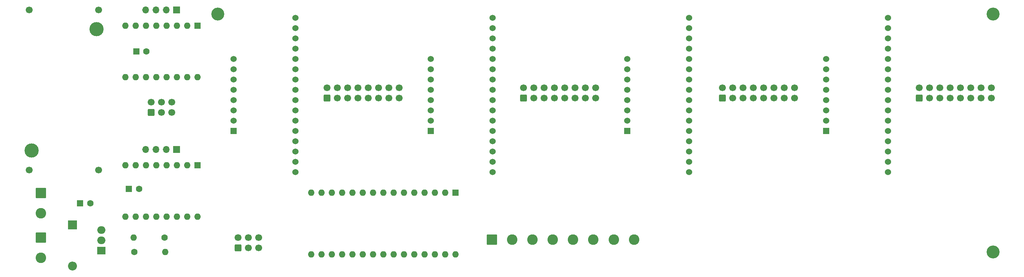
<source format=gbr>
%TF.GenerationSoftware,KiCad,Pcbnew,9.0.0*%
%TF.CreationDate,2025-03-13T12:01:59+01:00*%
%TF.ProjectId,chessboard_pcb,63686573-7362-46f6-9172-645f7063622e,rev?*%
%TF.SameCoordinates,Original*%
%TF.FileFunction,Soldermask,Bot*%
%TF.FilePolarity,Negative*%
%FSLAX46Y46*%
G04 Gerber Fmt 4.6, Leading zero omitted, Abs format (unit mm)*
G04 Created by KiCad (PCBNEW 9.0.0) date 2025-03-13 12:01:59*
%MOMM*%
%LPD*%
G01*
G04 APERTURE LIST*
G04 Aperture macros list*
%AMRoundRect*
0 Rectangle with rounded corners*
0 $1 Rounding radius*
0 $2 $3 $4 $5 $6 $7 $8 $9 X,Y pos of 4 corners*
0 Add a 4 corners polygon primitive as box body*
4,1,4,$2,$3,$4,$5,$6,$7,$8,$9,$2,$3,0*
0 Add four circle primitives for the rounded corners*
1,1,$1+$1,$2,$3*
1,1,$1+$1,$4,$5*
1,1,$1+$1,$6,$7*
1,1,$1+$1,$8,$9*
0 Add four rect primitives between the rounded corners*
20,1,$1+$1,$2,$3,$4,$5,0*
20,1,$1+$1,$4,$5,$6,$7,0*
20,1,$1+$1,$6,$7,$8,$9,0*
20,1,$1+$1,$8,$9,$2,$3,0*%
G04 Aperture macros list end*
%ADD10O,1.700000X1.700000*%
%ADD11R,1.700000X1.700000*%
%ADD12C,1.600000*%
%ADD13R,1.600000X1.600000*%
%ADD14R,2.000000X1.905000*%
%ADD15O,2.000000X1.905000*%
%ADD16C,3.200000*%
%ADD17O,1.600000X1.600000*%
%ADD18RoundRect,0.250000X-1.050000X-1.050000X1.050000X-1.050000X1.050000X1.050000X-1.050000X1.050000X0*%
%ADD19C,2.600000*%
%ADD20R,2.200000X2.200000*%
%ADD21O,2.200000X2.200000*%
%ADD22RoundRect,0.250000X0.600000X-0.600000X0.600000X0.600000X-0.600000X0.600000X-0.600000X-0.600000X0*%
%ADD23C,1.700000*%
%ADD24RoundRect,0.250000X-1.050000X1.050000X-1.050000X-1.050000X1.050000X-1.050000X1.050000X1.050000X0*%
%ADD25C,3.500000*%
%ADD26C,1.530000*%
%ADD27R,1.530000X1.530000*%
G04 APERTURE END LIST*
D10*
%TO.C,motor*%
X63680000Y-90750000D03*
X66220000Y-90750000D03*
X68760000Y-90750000D03*
D11*
X71300000Y-90750000D03*
%TD*%
D12*
%TO.C,C2*%
X62000000Y-100500000D03*
D13*
X59500000Y-100500000D03*
%TD*%
%TO.C,C3*%
X61317621Y-66500000D03*
D12*
X63817621Y-66500000D03*
%TD*%
D14*
%TO.C,Q1*%
X52695000Y-115720000D03*
D15*
X52695000Y-113180000D03*
X52695000Y-110640000D03*
%TD*%
D16*
%TO.C,H3*%
X272500000Y-57270000D03*
%TD*%
D12*
%TO.C,R1*%
X60880000Y-116000000D03*
D17*
X68500000Y-116000000D03*
%TD*%
D18*
%TO.C,J11*%
X149000000Y-113000000D03*
D19*
X154000000Y-113000000D03*
X159000000Y-113000000D03*
X164000000Y-113000000D03*
X169000000Y-113000000D03*
X174000000Y-113000000D03*
X179000000Y-113000000D03*
X184000000Y-113000000D03*
%TD*%
D20*
%TO.C,D1*%
X45580000Y-109330000D03*
D21*
X45580000Y-119490000D03*
%TD*%
D13*
%TO.C,C1*%
X47500000Y-104000000D03*
D12*
X50000000Y-104000000D03*
%TD*%
D22*
%TO.C,J12*%
X156800000Y-78040000D03*
D23*
X156800000Y-75500000D03*
X159340000Y-78040000D03*
X159340000Y-75500000D03*
X161880000Y-78040000D03*
X161880000Y-75500000D03*
X164420000Y-78040000D03*
X164420000Y-75500000D03*
X166960000Y-78040000D03*
X166960000Y-75500000D03*
X169500000Y-78040000D03*
X169500000Y-75500000D03*
X172040000Y-78040000D03*
X172040000Y-75500000D03*
X174580000Y-78040000D03*
X174580000Y-75500000D03*
%TD*%
D16*
%TO.C,H2*%
X81430000Y-57270000D03*
%TD*%
D13*
%TO.C,A3*%
X76390000Y-60160000D03*
D17*
X73850000Y-60160000D03*
X71310000Y-60160000D03*
X68770000Y-60160000D03*
X66230000Y-60160000D03*
X63690000Y-60160000D03*
X61150000Y-60160000D03*
X58610000Y-60160000D03*
X58610000Y-72860000D03*
X61150000Y-72860000D03*
X63690000Y-72860000D03*
X66230000Y-72860000D03*
X68770000Y-72860000D03*
X71310000Y-72860000D03*
X73850000Y-72860000D03*
X76390000Y-72860000D03*
%TD*%
D16*
%TO.C,H1*%
X272500000Y-116000000D03*
%TD*%
D13*
%TO.C,A4988 *%
X76390000Y-94660000D03*
D17*
X73850000Y-94660000D03*
X71310000Y-94660000D03*
X68770000Y-94660000D03*
X66230000Y-94660000D03*
X63690000Y-94660000D03*
X61150000Y-94660000D03*
X58610000Y-94660000D03*
X58610000Y-107360000D03*
X61150000Y-107360000D03*
X63690000Y-107360000D03*
X66230000Y-107360000D03*
X68770000Y-107360000D03*
X71310000Y-107360000D03*
X73850000Y-107360000D03*
X76390000Y-107360000D03*
%TD*%
D24*
%TO.C,J1*%
X37827500Y-112500000D03*
D19*
X37827500Y-117500000D03*
%TD*%
D25*
%TO.C,BUCK1*%
X35500000Y-91000000D03*
X51502000Y-61028000D03*
D23*
X34928500Y-95762500D03*
X52073500Y-95762500D03*
X34928500Y-56265500D03*
X52073500Y-56265500D03*
%TD*%
D11*
%TO.C,motor*%
X71300000Y-56250000D03*
D10*
X68760000Y-56250000D03*
X66220000Y-56250000D03*
X63680000Y-56250000D03*
%TD*%
D12*
%TO.C,PULLDOWN*%
X68310000Y-112500000D03*
D17*
X60690000Y-112500000D03*
%TD*%
D22*
%TO.C,J8*%
X64955000Y-81540000D03*
D23*
X64955000Y-79000000D03*
X67495000Y-81540000D03*
X67495000Y-79000000D03*
X70035000Y-81540000D03*
X70035000Y-79000000D03*
%TD*%
D22*
%TO.C,J15*%
X254300000Y-78040000D03*
D23*
X254300000Y-75500000D03*
X256840000Y-78040000D03*
X256840000Y-75500000D03*
X259380000Y-78040000D03*
X259380000Y-75500000D03*
X261920000Y-78040000D03*
X261920000Y-75500000D03*
X264460000Y-78040000D03*
X264460000Y-75500000D03*
X267000000Y-78040000D03*
X267000000Y-75500000D03*
X269540000Y-78040000D03*
X269540000Y-75500000D03*
X272080000Y-78040000D03*
X272080000Y-75500000D03*
%TD*%
D22*
%TO.C,J13*%
X108340000Y-78040000D03*
D23*
X108340000Y-75500000D03*
X110880000Y-78040000D03*
X110880000Y-75500000D03*
X113420000Y-78040000D03*
X113420000Y-75500000D03*
X115960000Y-78040000D03*
X115960000Y-75500000D03*
X118500000Y-78040000D03*
X118500000Y-75500000D03*
X121040000Y-78040000D03*
X121040000Y-75500000D03*
X123580000Y-78040000D03*
X123580000Y-75500000D03*
X126120000Y-78040000D03*
X126120000Y-75500000D03*
%TD*%
D13*
%TO.C,A1*%
X140050000Y-101390000D03*
D17*
X137510000Y-101390000D03*
X134970000Y-101390000D03*
X132430000Y-101390000D03*
X129890000Y-101390000D03*
X127350000Y-101390000D03*
X124810000Y-101390000D03*
X122270000Y-101390000D03*
X119730000Y-101390000D03*
X117190000Y-101390000D03*
X114650000Y-101390000D03*
X112110000Y-101390000D03*
X109570000Y-101390000D03*
X107030000Y-101390000D03*
X104490000Y-101390000D03*
X104490000Y-116630000D03*
X107030000Y-116630000D03*
X109570000Y-116630000D03*
X112110000Y-116630000D03*
X114650000Y-116630000D03*
X117190000Y-116630000D03*
X119730000Y-116630000D03*
X122270000Y-116630000D03*
X124810000Y-116630000D03*
X127350000Y-116630000D03*
X129890000Y-116630000D03*
X132430000Y-116630000D03*
X134970000Y-116630000D03*
X137510000Y-116630000D03*
X140050000Y-116630000D03*
%TD*%
D22*
%TO.C,J14*%
X205760000Y-78040000D03*
D23*
X205760000Y-75500000D03*
X208300000Y-78040000D03*
X208300000Y-75500000D03*
X210840000Y-78040000D03*
X210840000Y-75500000D03*
X213380000Y-78040000D03*
X213380000Y-75500000D03*
X215920000Y-78040000D03*
X215920000Y-75500000D03*
X218460000Y-78040000D03*
X218460000Y-75500000D03*
X221000000Y-78040000D03*
X221000000Y-75500000D03*
X223540000Y-78040000D03*
X223540000Y-75500000D03*
%TD*%
D24*
%TO.C,J2*%
X37827500Y-101500000D03*
D19*
X37827500Y-106500000D03*
%TD*%
D22*
%TO.C,J7*%
X86420000Y-115040000D03*
D23*
X86420000Y-112500000D03*
X88960000Y-115040000D03*
X88960000Y-112500000D03*
X91500000Y-115040000D03*
X91500000Y-112500000D03*
%TD*%
D26*
%TO.C,U1*%
X133880000Y-68397500D03*
X149120000Y-76017500D03*
X149120000Y-73477500D03*
X149120000Y-70937500D03*
X149120000Y-68397500D03*
X149120000Y-65857500D03*
X149120000Y-63317500D03*
X149120000Y-60777500D03*
X149120000Y-58237500D03*
X133880000Y-70937500D03*
X133880000Y-73477500D03*
D27*
X133880000Y-86177500D03*
D26*
X133880000Y-78557500D03*
X133880000Y-76017500D03*
X133880000Y-81097500D03*
X149120000Y-96337500D03*
X149120000Y-93797500D03*
X149120000Y-91257500D03*
X149120000Y-88717500D03*
X149120000Y-86177500D03*
X149120000Y-83637500D03*
X149120000Y-81097500D03*
X149120000Y-78557500D03*
X133880000Y-83637500D03*
%TD*%
%TO.C,U3*%
X182380000Y-68397500D03*
X197620000Y-76017500D03*
X197620000Y-73477500D03*
X197620000Y-70937500D03*
X197620000Y-68397500D03*
X197620000Y-65857500D03*
X197620000Y-63317500D03*
X197620000Y-60777500D03*
X197620000Y-58237500D03*
X182380000Y-70937500D03*
X182380000Y-73477500D03*
D27*
X182380000Y-86177500D03*
D26*
X182380000Y-78557500D03*
X182380000Y-76017500D03*
X182380000Y-81097500D03*
X197620000Y-96337500D03*
X197620000Y-93797500D03*
X197620000Y-91257500D03*
X197620000Y-88717500D03*
X197620000Y-86177500D03*
X197620000Y-83637500D03*
X197620000Y-81097500D03*
X197620000Y-78557500D03*
X182380000Y-83637500D03*
%TD*%
%TO.C,U4*%
X231380000Y-68397500D03*
X246620000Y-76017500D03*
X246620000Y-73477500D03*
X246620000Y-70937500D03*
X246620000Y-68397500D03*
X246620000Y-65857500D03*
X246620000Y-63317500D03*
X246620000Y-60777500D03*
X246620000Y-58237500D03*
X231380000Y-70937500D03*
X231380000Y-73477500D03*
D27*
X231380000Y-86177500D03*
D26*
X231380000Y-78557500D03*
X231380000Y-76017500D03*
X231380000Y-81097500D03*
X246620000Y-96337500D03*
X246620000Y-93797500D03*
X246620000Y-91257500D03*
X246620000Y-88717500D03*
X246620000Y-86177500D03*
X246620000Y-83637500D03*
X246620000Y-81097500D03*
X246620000Y-78557500D03*
X231380000Y-83637500D03*
%TD*%
%TO.C,multiplexer*%
X85278750Y-68397500D03*
X100518750Y-76017500D03*
X100518750Y-73477500D03*
X100518750Y-70937500D03*
X100518750Y-68397500D03*
X100518750Y-65857500D03*
X100518750Y-63317500D03*
X100518750Y-60777500D03*
X100518750Y-58237500D03*
X85278750Y-70937500D03*
X85278750Y-73477500D03*
D27*
X85278750Y-86177500D03*
D26*
X85278750Y-78557500D03*
X85278750Y-76017500D03*
X85278750Y-81097500D03*
X100518750Y-96337500D03*
X100518750Y-93797500D03*
X100518750Y-91257500D03*
X100518750Y-88717500D03*
X100518750Y-86177500D03*
X100518750Y-83637500D03*
X100518750Y-81097500D03*
X100518750Y-78557500D03*
X85278750Y-83637500D03*
%TD*%
M02*

</source>
